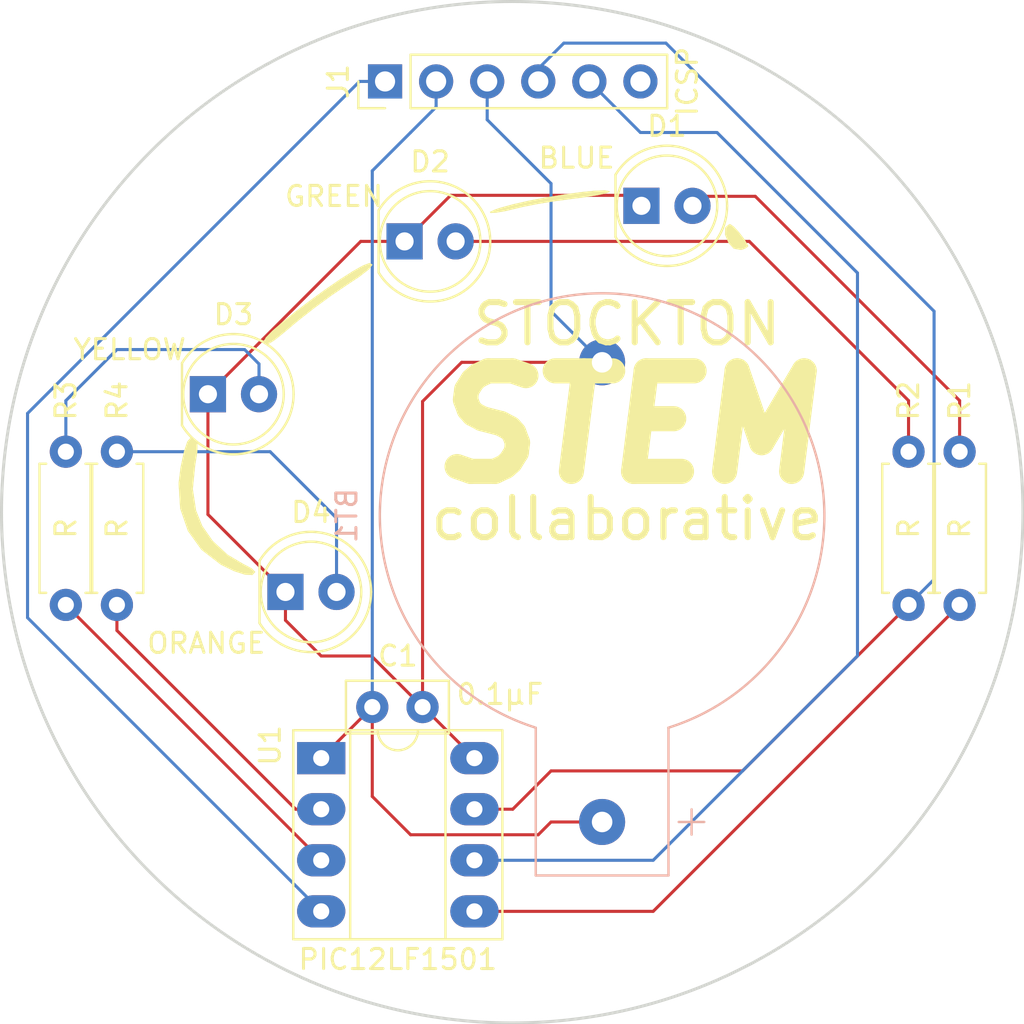
<source format=kicad_pcb>
(kicad_pcb (version 4) (host pcbnew 4.0.6)

  (general
    (links 21)
    (no_connects 0)
    (area 123.724999 71.514999 174.675001 122.465001)
    (thickness 1.6002)
    (drawings 4)
    (tracks 71)
    (zones 0)
    (modules 13)
    (nets 14)
  )

  (page A4)
  (title_block
    (title "Stockton STEM Collaborative badge")
    (date 2017-05-21)
    (rev 1)
    (company "MIT License; (c) 2017 Chris Luke")
    (comment 2 https://github.com/stockton-stem/stockton-stem-badge)
    (comment 3 "Microcontroller-driven LED flasher")
  )

  (layers
    (0 F.Cu signal)
    (31 B.Cu signal)
    (32 B.Adhes user)
    (33 F.Adhes user)
    (34 B.Paste user)
    (35 F.Paste user)
    (36 B.SilkS user)
    (37 F.SilkS user)
    (38 B.Mask user)
    (39 F.Mask user)
    (40 Dwgs.User user)
    (41 Cmts.User user)
    (42 Eco1.User user)
    (43 Eco2.User user)
    (44 Edge.Cuts user)
    (45 Margin user)
    (46 B.CrtYd user)
    (47 F.CrtYd user)
    (48 B.Fab user)
    (49 F.Fab user hide)
  )

  (setup
    (last_trace_width 0.1524)
    (trace_clearance 0.1524)
    (zone_clearance 0.508)
    (zone_45_only no)
    (trace_min 0.1524)
    (segment_width 0.2)
    (edge_width 0.15)
    (via_size 0.6858)
    (via_drill 0.3302)
    (via_min_size 0.6858)
    (via_min_drill 0.3302)
    (uvia_size 0.762)
    (uvia_drill 0.508)
    (uvias_allowed no)
    (uvia_min_size 0)
    (uvia_min_drill 0)
    (pcb_text_width 0.3)
    (pcb_text_size 1.5 1.5)
    (mod_edge_width 0.15)
    (mod_text_size 1 1)
    (mod_text_width 0.15)
    (pad_size 1.524 1.524)
    (pad_drill 0.762)
    (pad_to_mask_clearance 0.2)
    (aux_axis_origin 0 0)
    (visible_elements 7FFFFFFF)
    (pcbplotparams
      (layerselection 0x00030_80000001)
      (usegerberextensions false)
      (excludeedgelayer true)
      (linewidth 0.100000)
      (plotframeref false)
      (viasonmask false)
      (mode 1)
      (useauxorigin false)
      (hpglpennumber 1)
      (hpglpenspeed 20)
      (hpglpendiameter 15)
      (hpglpenoverlay 2)
      (psnegative false)
      (psa4output false)
      (plotreference true)
      (plotvalue true)
      (plotinvisibletext false)
      (padsonsilk false)
      (subtractmaskfromsilk false)
      (outputformat 1)
      (mirror false)
      (drillshape 1)
      (scaleselection 1)
      (outputdirectory ""))
  )

  (net 0 "")
  (net 1 GND)
  (net 2 VDD)
  (net 3 "Net-(D1-Pad2)")
  (net 4 "Net-(D2-Pad2)")
  (net 5 "Net-(D3-Pad2)")
  (net 6 "Net-(D4-Pad2)")
  (net 7 LED1)
  (net 8 LED2)
  (net 9 LED3)
  (net 10 LED4)
  (net 11 "Net-(J1-Pad1)")
  (net 12 "Net-(J1-Pad6)")
  (net 13 "Net-(J1-Pad5)")

  (net_class Default "This is the default net class."
    (clearance 0.1524)
    (trace_width 0.1524)
    (via_dia 0.6858)
    (via_drill 0.3302)
    (uvia_dia 0.762)
    (uvia_drill 0.508)
    (add_net GND)
    (add_net LED1)
    (add_net LED2)
    (add_net LED3)
    (add_net LED4)
    (add_net "Net-(D1-Pad2)")
    (add_net "Net-(D2-Pad2)")
    (add_net "Net-(D3-Pad2)")
    (add_net "Net-(D4-Pad2)")
    (add_net "Net-(J1-Pad1)")
    (add_net "Net-(J1-Pad5)")
    (add_net "Net-(J1-Pad6)")
    (add_net VDD)
  )

  (module Connectors:CR2032H (layer B.Cu) (tedit 587FDB2C) (tstamp 591E37B4)
    (at 153.67 112.395 270)
    (path /591E350D)
    (fp_text reference BT1 (at -15.24 12.7 270) (layer B.SilkS)
      (effects (font (size 1 1) (thickness 0.15)) (justify mirror))
    )
    (fp_text value CR2032 (at -15.24 -12.7 270) (layer B.Fab)
      (effects (font (size 1 1) (thickness 0.15)) (justify mirror))
    )
    (fp_line (start -4.49 3.8) (end 3.06 3.8) (layer B.CrtYd) (width 0.05))
    (fp_line (start 3.06 3.8) (end 3.06 -3.65) (layer B.CrtYd) (width 0.05))
    (fp_line (start 3.06 -3.65) (end -4.44 -3.65) (layer B.CrtYd) (width 0.05))
    (fp_line (start -4.69 3.3) (end 2.66 3.3) (layer B.SilkS) (width 0.12))
    (fp_line (start 2.66 3.3) (end 2.66 -3.3) (layer B.SilkS) (width 0.12))
    (fp_line (start 2.66 -3.3) (end -4.69 -3.3) (layer B.SilkS) (width 0.12))
    (fp_line (start 0 -3.81) (end 0 -5.08) (layer B.SilkS) (width 0.12))
    (fp_line (start -0.63 -4.45) (end 0.63 -4.45) (layer B.SilkS) (width 0.12))
    (fp_line (start -4.45 2.54) (end 1.9 2.54) (layer B.Fab) (width 0.1))
    (fp_line (start 1.9 2.54) (end 1.9 -2.54) (layer B.Fab) (width 0.1))
    (fp_line (start 1.9 -2.54) (end -4.45 -2.54) (layer B.Fab) (width 0.1))
    (fp_line (start 1.9 3.17) (end 2.54 3.17) (layer B.Fab) (width 0.1))
    (fp_line (start 2.54 3.17) (end 2.54 -3.17) (layer B.Fab) (width 0.1))
    (fp_line (start 2.54 -3.17) (end 1.9 -3.17) (layer B.Fab) (width 0.1))
    (fp_line (start 0.63 3.17) (end 1.9 3.17) (layer B.Fab) (width 0.1))
    (fp_line (start 1.9 -3.17) (end -4.45 -3.17) (layer B.Fab) (width 0.1))
    (fp_line (start -4.45 3.17) (end 0.63 3.17) (layer B.Fab) (width 0.1))
    (fp_circle (center -15.24 0) (end -16.51 8.89) (layer B.Fab) (width 0.1))
    (fp_circle (center -15.24 0) (end -8.89 -8.89) (layer B.Fab) (width 0.1))
    (fp_arc (start -15.24 0) (end -4.44 -3.65) (angle -322) (layer B.CrtYd) (width 0.05))
    (fp_arc (start -15.24 0) (end -4.69 -3.3) (angle -325) (layer B.SilkS) (width 0.12))
    (pad 2 thru_hole circle (at -22.86 0 270) (size 2.29 2.29) (drill 1.02) (layers *.Cu *.Mask)
      (net 1 GND))
    (pad 1 thru_hole circle (at 0 0 270) (size 2.29 2.29) (drill 1.02) (layers *.Cu *.Mask)
      (net 2 VDD))
  )

  (module Housings_DIP:DIP-8_W7.62mm_Socket_LongPads (layer F.Cu) (tedit 59234391) (tstamp 591E37DE)
    (at 139.7 109.22)
    (descr "8-lead dip package, row spacing 7.62 mm (300 mils), Socket, LongPads")
    (tags "DIL DIP PDIP 2.54mm 7.62mm 300mil Socket LongPads")
    (path /591E2774)
    (fp_text reference U1 (at -2.54 -0.635 90) (layer F.SilkS)
      (effects (font (size 1 1) (thickness 0.15)))
    )
    (fp_text value PIC12LF1501 (at 3.81 10.01) (layer F.SilkS)
      (effects (font (size 1 1) (thickness 0.15)))
    )
    (fp_text user %R (at 3.81 3.81) (layer F.Fab)
      (effects (font (size 1 1) (thickness 0.15)))
    )
    (fp_line (start 1.635 -1.27) (end 6.985 -1.27) (layer F.Fab) (width 0.1))
    (fp_line (start 6.985 -1.27) (end 6.985 8.89) (layer F.Fab) (width 0.1))
    (fp_line (start 6.985 8.89) (end 0.635 8.89) (layer F.Fab) (width 0.1))
    (fp_line (start 0.635 8.89) (end 0.635 -0.27) (layer F.Fab) (width 0.1))
    (fp_line (start 0.635 -0.27) (end 1.635 -1.27) (layer F.Fab) (width 0.1))
    (fp_line (start -1.27 -1.27) (end -1.27 8.89) (layer F.Fab) (width 0.1))
    (fp_line (start -1.27 8.89) (end 8.89 8.89) (layer F.Fab) (width 0.1))
    (fp_line (start 8.89 8.89) (end 8.89 -1.27) (layer F.Fab) (width 0.1))
    (fp_line (start 8.89 -1.27) (end -1.27 -1.27) (layer F.Fab) (width 0.1))
    (fp_line (start 2.81 -1.39) (end 1.44 -1.39) (layer F.SilkS) (width 0.12))
    (fp_line (start 1.44 -1.39) (end 1.44 9.01) (layer F.SilkS) (width 0.12))
    (fp_line (start 1.44 9.01) (end 6.18 9.01) (layer F.SilkS) (width 0.12))
    (fp_line (start 6.18 9.01) (end 6.18 -1.39) (layer F.SilkS) (width 0.12))
    (fp_line (start 6.18 -1.39) (end 4.81 -1.39) (layer F.SilkS) (width 0.12))
    (fp_line (start -1.39 -1.39) (end -1.39 9.01) (layer F.SilkS) (width 0.12))
    (fp_line (start -1.39 9.01) (end 9.01 9.01) (layer F.SilkS) (width 0.12))
    (fp_line (start 9.01 9.01) (end 9.01 -1.39) (layer F.SilkS) (width 0.12))
    (fp_line (start 9.01 -1.39) (end -1.39 -1.39) (layer F.SilkS) (width 0.12))
    (fp_line (start -1.7 -1.7) (end -1.7 9.3) (layer F.CrtYd) (width 0.05))
    (fp_line (start -1.7 9.3) (end 9.3 9.3) (layer F.CrtYd) (width 0.05))
    (fp_line (start 9.3 9.3) (end 9.3 -1.7) (layer F.CrtYd) (width 0.05))
    (fp_line (start 9.3 -1.7) (end -1.7 -1.7) (layer F.CrtYd) (width 0.05))
    (fp_arc (start 3.81 -1.39) (end 2.81 -1.39) (angle -180) (layer F.SilkS) (width 0.12))
    (pad 1 thru_hole rect (at 0 0) (size 2.4 1.6) (drill 0.8) (layers *.Cu *.Mask)
      (net 2 VDD))
    (pad 5 thru_hole oval (at 7.62 7.62) (size 2.4 1.6) (drill 0.8) (layers *.Cu *.Mask)
      (net 7 LED1))
    (pad 2 thru_hole oval (at 0 2.54) (size 2.4 1.6) (drill 0.8) (layers *.Cu *.Mask)
      (net 10 LED4))
    (pad 6 thru_hole oval (at 7.62 5.08) (size 2.4 1.6) (drill 0.8) (layers *.Cu *.Mask)
      (net 13 "Net-(J1-Pad5)"))
    (pad 3 thru_hole oval (at 0 5.08) (size 2.4 1.6) (drill 0.8) (layers *.Cu *.Mask)
      (net 9 LED3))
    (pad 7 thru_hole oval (at 7.62 2.54) (size 2.4 1.6) (drill 0.8) (layers *.Cu *.Mask)
      (net 8 LED2))
    (pad 4 thru_hole oval (at 0 7.62) (size 2.4 1.6) (drill 0.8) (layers *.Cu *.Mask)
      (net 11 "Net-(J1-Pad1)"))
    (pad 8 thru_hole oval (at 7.62 0) (size 2.4 1.6) (drill 0.8) (layers *.Cu *.Mask)
      (net 1 GND))
    (model Housings_DIP.3dshapes/DIP-8_W7.62mm_Socket_LongPads.wrl
      (at (xyz 0 0 0))
      (scale (xyz 1 1 1))
      (rotate (xyz 0 0 0))
    )
    (model Housings_DIP.3dshapes/DIP-8_W7.62mm_LongPads.wrl
      (at (xyz 0 0 0))
      (scale (xyz 1 1 1))
      (rotate (xyz 0 0 0))
    )
  )

  (module Capacitors_THT:C_Disc_D5.0mm_W2.5mm_P2.50mm (layer F.Cu) (tedit 592343A7) (tstamp 591E37BA)
    (at 142.24 106.68)
    (descr "C, Disc series, Radial, pin pitch=2.50mm, , diameter*width=5*2.5mm^2, Capacitor, http://cdn-reichelt.de/documents/datenblatt/B300/DS_KERKO_TC.pdf")
    (tags "C Disc series Radial pin pitch 2.50mm  diameter 5mm width 2.5mm Capacitor")
    (path /591E35CB)
    (fp_text reference C1 (at 1.27 -2.54) (layer F.SilkS)
      (effects (font (size 1 1) (thickness 0.15)))
    )
    (fp_text value 0.1μF (at 6.35 -0.635) (layer F.SilkS)
      (effects (font (size 1 1) (thickness 0.15)))
    )
    (fp_line (start -1.25 -1.25) (end -1.25 1.25) (layer F.Fab) (width 0.1))
    (fp_line (start -1.25 1.25) (end 3.75 1.25) (layer F.Fab) (width 0.1))
    (fp_line (start 3.75 1.25) (end 3.75 -1.25) (layer F.Fab) (width 0.1))
    (fp_line (start 3.75 -1.25) (end -1.25 -1.25) (layer F.Fab) (width 0.1))
    (fp_line (start -1.31 -1.31) (end 3.81 -1.31) (layer F.SilkS) (width 0.12))
    (fp_line (start -1.31 1.31) (end 3.81 1.31) (layer F.SilkS) (width 0.12))
    (fp_line (start -1.31 -1.31) (end -1.31 1.31) (layer F.SilkS) (width 0.12))
    (fp_line (start 3.81 -1.31) (end 3.81 1.31) (layer F.SilkS) (width 0.12))
    (fp_line (start -1.6 -1.6) (end -1.6 1.6) (layer F.CrtYd) (width 0.05))
    (fp_line (start -1.6 1.6) (end 4.1 1.6) (layer F.CrtYd) (width 0.05))
    (fp_line (start 4.1 1.6) (end 4.1 -1.6) (layer F.CrtYd) (width 0.05))
    (fp_line (start 4.1 -1.6) (end -1.6 -1.6) (layer F.CrtYd) (width 0.05))
    (pad 1 thru_hole circle (at 0 0) (size 1.6 1.6) (drill 0.8) (layers *.Cu *.Mask)
      (net 2 VDD))
    (pad 2 thru_hole circle (at 2.5 0) (size 1.6 1.6) (drill 0.8) (layers *.Cu *.Mask)
      (net 1 GND))
    (model Capacitors_THT.3dshapes/C_Disc_D5.0mm_W2.5mm_P2.50mm.wrl
      (at (xyz 0 0 0))
      (scale (xyz 0.393701 0.393701 0.393701))
      (rotate (xyz 0 0 0))
    )
  )

  (module LEDs:LED_D5.0mm (layer F.Cu) (tedit 5923431B) (tstamp 591E3E05)
    (at 155.6258 81.75244)
    (descr "LED, diameter 5.0mm, 2 pins, http://cdn-reichelt.de/documents/datenblatt/A500/LL-504BC2E-009.pdf")
    (tags "LED diameter 5.0mm 2 pins")
    (path /591E3B38)
    (fp_text reference D1 (at 1.27 -3.96) (layer F.SilkS)
      (effects (font (size 1 1) (thickness 0.15)))
    )
    (fp_text value BLUE (at -3.2258 -2.37744 180) (layer F.SilkS)
      (effects (font (size 1 1) (thickness 0.15)))
    )
    (fp_arc (start 1.27 0) (end -1.23 -1.469694) (angle 299.1) (layer F.Fab) (width 0.1))
    (fp_arc (start 1.27 0) (end -1.29 -1.54483) (angle 148.9) (layer F.SilkS) (width 0.12))
    (fp_arc (start 1.27 0) (end -1.29 1.54483) (angle -148.9) (layer F.SilkS) (width 0.12))
    (fp_circle (center 1.27 0) (end 3.77 0) (layer F.Fab) (width 0.1))
    (fp_circle (center 1.27 0) (end 3.77 0) (layer F.SilkS) (width 0.12))
    (fp_line (start -1.23 -1.469694) (end -1.23 1.469694) (layer F.Fab) (width 0.1))
    (fp_line (start -1.29 -1.545) (end -1.29 1.545) (layer F.SilkS) (width 0.12))
    (fp_line (start -1.95 -3.25) (end -1.95 3.25) (layer F.CrtYd) (width 0.05))
    (fp_line (start -1.95 3.25) (end 4.5 3.25) (layer F.CrtYd) (width 0.05))
    (fp_line (start 4.5 3.25) (end 4.5 -3.25) (layer F.CrtYd) (width 0.05))
    (fp_line (start 4.5 -3.25) (end -1.95 -3.25) (layer F.CrtYd) (width 0.05))
    (pad 1 thru_hole rect (at 0 0) (size 1.8 1.8) (drill 0.9) (layers *.Cu *.Mask)
      (net 1 GND))
    (pad 2 thru_hole circle (at 2.54 0) (size 1.8 1.8) (drill 0.9) (layers *.Cu *.Mask)
      (net 3 "Net-(D1-Pad2)"))
    (model LEDs.3dshapes/LED_D5.0mm.wrl
      (at (xyz 0 0 0))
      (scale (xyz 0.393701 0.393701 0.393701))
      (rotate (xyz 0 0 0))
    )
  )

  (module LEDs:LED_D5.0mm (layer F.Cu) (tedit 59234324) (tstamp 591E3E0B)
    (at 143.84528 83.52028)
    (descr "LED, diameter 5.0mm, 2 pins, http://cdn-reichelt.de/documents/datenblatt/A500/LL-504BC2E-009.pdf")
    (tags "LED diameter 5.0mm 2 pins")
    (path /591E3BE7)
    (fp_text reference D2 (at 1.27 -3.96) (layer F.SilkS)
      (effects (font (size 1 1) (thickness 0.15)))
    )
    (fp_text value GREEN (at -3.51028 -2.24028 180) (layer F.SilkS)
      (effects (font (size 1 1) (thickness 0.15)))
    )
    (fp_arc (start 1.27 0) (end -1.23 -1.469694) (angle 299.1) (layer F.Fab) (width 0.1))
    (fp_arc (start 1.27 0) (end -1.29 -1.54483) (angle 148.9) (layer F.SilkS) (width 0.12))
    (fp_arc (start 1.27 0) (end -1.29 1.54483) (angle -148.9) (layer F.SilkS) (width 0.12))
    (fp_circle (center 1.27 0) (end 3.77 0) (layer F.Fab) (width 0.1))
    (fp_circle (center 1.27 0) (end 3.77 0) (layer F.SilkS) (width 0.12))
    (fp_line (start -1.23 -1.469694) (end -1.23 1.469694) (layer F.Fab) (width 0.1))
    (fp_line (start -1.29 -1.545) (end -1.29 1.545) (layer F.SilkS) (width 0.12))
    (fp_line (start -1.95 -3.25) (end -1.95 3.25) (layer F.CrtYd) (width 0.05))
    (fp_line (start -1.95 3.25) (end 4.5 3.25) (layer F.CrtYd) (width 0.05))
    (fp_line (start 4.5 3.25) (end 4.5 -3.25) (layer F.CrtYd) (width 0.05))
    (fp_line (start 4.5 -3.25) (end -1.95 -3.25) (layer F.CrtYd) (width 0.05))
    (pad 1 thru_hole rect (at 0 0) (size 1.8 1.8) (drill 0.9) (layers *.Cu *.Mask)
      (net 1 GND))
    (pad 2 thru_hole circle (at 2.54 0) (size 1.8 1.8) (drill 0.9) (layers *.Cu *.Mask)
      (net 4 "Net-(D2-Pad2)"))
    (model LEDs.3dshapes/LED_D5.0mm.wrl
      (at (xyz 0 0 0))
      (scale (xyz 0.393701 0.393701 0.393701))
      (rotate (xyz 0 0 0))
    )
  )

  (module LEDs:LED_D5.0mm (layer F.Cu) (tedit 59234327) (tstamp 591E3E11)
    (at 134.06628 91.11996)
    (descr "LED, diameter 5.0mm, 2 pins, http://cdn-reichelt.de/documents/datenblatt/A500/LL-504BC2E-009.pdf")
    (tags "LED diameter 5.0mm 2 pins")
    (path /591E3C24)
    (fp_text reference D3 (at 1.27 -3.96) (layer F.SilkS)
      (effects (font (size 1 1) (thickness 0.15)))
    )
    (fp_text value YELLOW (at -3.89128 -2.21996) (layer F.SilkS)
      (effects (font (size 1 1) (thickness 0.15)))
    )
    (fp_arc (start 1.27 0) (end -1.23 -1.469694) (angle 299.1) (layer F.Fab) (width 0.1))
    (fp_arc (start 1.27 0) (end -1.29 -1.54483) (angle 148.9) (layer F.SilkS) (width 0.12))
    (fp_arc (start 1.27 0) (end -1.29 1.54483) (angle -148.9) (layer F.SilkS) (width 0.12))
    (fp_circle (center 1.27 0) (end 3.77 0) (layer F.Fab) (width 0.1))
    (fp_circle (center 1.27 0) (end 3.77 0) (layer F.SilkS) (width 0.12))
    (fp_line (start -1.23 -1.469694) (end -1.23 1.469694) (layer F.Fab) (width 0.1))
    (fp_line (start -1.29 -1.545) (end -1.29 1.545) (layer F.SilkS) (width 0.12))
    (fp_line (start -1.95 -3.25) (end -1.95 3.25) (layer F.CrtYd) (width 0.05))
    (fp_line (start -1.95 3.25) (end 4.5 3.25) (layer F.CrtYd) (width 0.05))
    (fp_line (start 4.5 3.25) (end 4.5 -3.25) (layer F.CrtYd) (width 0.05))
    (fp_line (start 4.5 -3.25) (end -1.95 -3.25) (layer F.CrtYd) (width 0.05))
    (pad 1 thru_hole rect (at 0 0) (size 1.8 1.8) (drill 0.9) (layers *.Cu *.Mask)
      (net 1 GND))
    (pad 2 thru_hole circle (at 2.54 0) (size 1.8 1.8) (drill 0.9) (layers *.Cu *.Mask)
      (net 5 "Net-(D3-Pad2)"))
    (model LEDs.3dshapes/LED_D5.0mm.wrl
      (at (xyz 0 0 0))
      (scale (xyz 0.393701 0.393701 0.393701))
      (rotate (xyz 0 0 0))
    )
  )

  (module LEDs:LED_D5.0mm (layer F.Cu) (tedit 5923432D) (tstamp 591E3E17)
    (at 137.922 100.95484)
    (descr "LED, diameter 5.0mm, 2 pins, http://cdn-reichelt.de/documents/datenblatt/A500/LL-504BC2E-009.pdf")
    (tags "LED diameter 5.0mm 2 pins")
    (path /591E3C59)
    (fp_text reference D4 (at 1.27 -3.96) (layer F.SilkS)
      (effects (font (size 1 1) (thickness 0.15)))
    )
    (fp_text value ORANGE (at -3.937 2.55016) (layer F.SilkS)
      (effects (font (size 1 1) (thickness 0.15)))
    )
    (fp_arc (start 1.27 0) (end -1.23 -1.469694) (angle 299.1) (layer F.Fab) (width 0.1))
    (fp_arc (start 1.27 0) (end -1.29 -1.54483) (angle 148.9) (layer F.SilkS) (width 0.12))
    (fp_arc (start 1.27 0) (end -1.29 1.54483) (angle -148.9) (layer F.SilkS) (width 0.12))
    (fp_circle (center 1.27 0) (end 3.77 0) (layer F.Fab) (width 0.1))
    (fp_circle (center 1.27 0) (end 3.77 0) (layer F.SilkS) (width 0.12))
    (fp_line (start -1.23 -1.469694) (end -1.23 1.469694) (layer F.Fab) (width 0.1))
    (fp_line (start -1.29 -1.545) (end -1.29 1.545) (layer F.SilkS) (width 0.12))
    (fp_line (start -1.95 -3.25) (end -1.95 3.25) (layer F.CrtYd) (width 0.05))
    (fp_line (start -1.95 3.25) (end 4.5 3.25) (layer F.CrtYd) (width 0.05))
    (fp_line (start 4.5 3.25) (end 4.5 -3.25) (layer F.CrtYd) (width 0.05))
    (fp_line (start 4.5 -3.25) (end -1.95 -3.25) (layer F.CrtYd) (width 0.05))
    (pad 1 thru_hole rect (at 0 0) (size 1.8 1.8) (drill 0.9) (layers *.Cu *.Mask)
      (net 1 GND))
    (pad 2 thru_hole circle (at 2.54 0) (size 1.8 1.8) (drill 0.9) (layers *.Cu *.Mask)
      (net 6 "Net-(D4-Pad2)"))
    (model LEDs.3dshapes/LED_D5.0mm.wrl
      (at (xyz 0 0 0))
      (scale (xyz 0.393701 0.393701 0.393701))
      (rotate (xyz 0 0 0))
    )
  )

  (module Resistors_THT:R_Axial_DIN0207_L6.3mm_D2.5mm_P7.62mm_Horizontal (layer F.Cu) (tedit 5923447F) (tstamp 591E3E1D)
    (at 171.45 101.6 90)
    (descr "Resistor, Axial_DIN0207 series, Axial, Horizontal, pin pitch=7.62mm, 0.25W = 1/4W, length*diameter=6.3*2.5mm^2, http://cdn-reichelt.de/documents/datenblatt/B400/1_4W%23YAG.pdf")
    (tags "Resistor Axial_DIN0207 series Axial Horizontal pin pitch 7.62mm 0.25W = 1/4W length 6.3mm diameter 2.5mm")
    (path /591E3893)
    (fp_text reference R1 (at 10.16 0 90) (layer F.SilkS)
      (effects (font (size 1 1) (thickness 0.15)))
    )
    (fp_text value R (at 3.81 0 90) (layer F.SilkS)
      (effects (font (size 1 1) (thickness 0.15)))
    )
    (fp_line (start 0.66 -1.25) (end 0.66 1.25) (layer F.Fab) (width 0.1))
    (fp_line (start 0.66 1.25) (end 6.96 1.25) (layer F.Fab) (width 0.1))
    (fp_line (start 6.96 1.25) (end 6.96 -1.25) (layer F.Fab) (width 0.1))
    (fp_line (start 6.96 -1.25) (end 0.66 -1.25) (layer F.Fab) (width 0.1))
    (fp_line (start 0 0) (end 0.66 0) (layer F.Fab) (width 0.1))
    (fp_line (start 7.62 0) (end 6.96 0) (layer F.Fab) (width 0.1))
    (fp_line (start 0.6 -0.98) (end 0.6 -1.31) (layer F.SilkS) (width 0.12))
    (fp_line (start 0.6 -1.31) (end 7.02 -1.31) (layer F.SilkS) (width 0.12))
    (fp_line (start 7.02 -1.31) (end 7.02 -0.98) (layer F.SilkS) (width 0.12))
    (fp_line (start 0.6 0.98) (end 0.6 1.31) (layer F.SilkS) (width 0.12))
    (fp_line (start 0.6 1.31) (end 7.02 1.31) (layer F.SilkS) (width 0.12))
    (fp_line (start 7.02 1.31) (end 7.02 0.98) (layer F.SilkS) (width 0.12))
    (fp_line (start -1.05 -1.6) (end -1.05 1.6) (layer F.CrtYd) (width 0.05))
    (fp_line (start -1.05 1.6) (end 8.7 1.6) (layer F.CrtYd) (width 0.05))
    (fp_line (start 8.7 1.6) (end 8.7 -1.6) (layer F.CrtYd) (width 0.05))
    (fp_line (start 8.7 -1.6) (end -1.05 -1.6) (layer F.CrtYd) (width 0.05))
    (pad 1 thru_hole circle (at 0 0 90) (size 1.6 1.6) (drill 0.8) (layers *.Cu *.Mask)
      (net 7 LED1))
    (pad 2 thru_hole oval (at 7.62 0 90) (size 1.6 1.6) (drill 0.8) (layers *.Cu *.Mask)
      (net 3 "Net-(D1-Pad2)"))
    (model Resistors_THT.3dshapes/R_Axial_DIN0207_L6.3mm_D2.5mm_P7.62mm_Horizontal.wrl
      (at (xyz 0 0 0))
      (scale (xyz 0.393701 0.393701 0.393701))
      (rotate (xyz 0 0 0))
    )
  )

  (module Resistors_THT:R_Axial_DIN0207_L6.3mm_D2.5mm_P7.62mm_Horizontal (layer F.Cu) (tedit 5923448D) (tstamp 591E3E23)
    (at 168.91 101.6 90)
    (descr "Resistor, Axial_DIN0207 series, Axial, Horizontal, pin pitch=7.62mm, 0.25W = 1/4W, length*diameter=6.3*2.5mm^2, http://cdn-reichelt.de/documents/datenblatt/B400/1_4W%23YAG.pdf")
    (tags "Resistor Axial_DIN0207 series Axial Horizontal pin pitch 7.62mm 0.25W = 1/4W length 6.3mm diameter 2.5mm")
    (path /591E39DA)
    (fp_text reference R2 (at 10.16 0 90) (layer F.SilkS)
      (effects (font (size 1 1) (thickness 0.15)))
    )
    (fp_text value R (at 3.81 0 90) (layer F.SilkS)
      (effects (font (size 1 1) (thickness 0.15)))
    )
    (fp_line (start 0.66 -1.25) (end 0.66 1.25) (layer F.Fab) (width 0.1))
    (fp_line (start 0.66 1.25) (end 6.96 1.25) (layer F.Fab) (width 0.1))
    (fp_line (start 6.96 1.25) (end 6.96 -1.25) (layer F.Fab) (width 0.1))
    (fp_line (start 6.96 -1.25) (end 0.66 -1.25) (layer F.Fab) (width 0.1))
    (fp_line (start 0 0) (end 0.66 0) (layer F.Fab) (width 0.1))
    (fp_line (start 7.62 0) (end 6.96 0) (layer F.Fab) (width 0.1))
    (fp_line (start 0.6 -0.98) (end 0.6 -1.31) (layer F.SilkS) (width 0.12))
    (fp_line (start 0.6 -1.31) (end 7.02 -1.31) (layer F.SilkS) (width 0.12))
    (fp_line (start 7.02 -1.31) (end 7.02 -0.98) (layer F.SilkS) (width 0.12))
    (fp_line (start 0.6 0.98) (end 0.6 1.31) (layer F.SilkS) (width 0.12))
    (fp_line (start 0.6 1.31) (end 7.02 1.31) (layer F.SilkS) (width 0.12))
    (fp_line (start 7.02 1.31) (end 7.02 0.98) (layer F.SilkS) (width 0.12))
    (fp_line (start -1.05 -1.6) (end -1.05 1.6) (layer F.CrtYd) (width 0.05))
    (fp_line (start -1.05 1.6) (end 8.7 1.6) (layer F.CrtYd) (width 0.05))
    (fp_line (start 8.7 1.6) (end 8.7 -1.6) (layer F.CrtYd) (width 0.05))
    (fp_line (start 8.7 -1.6) (end -1.05 -1.6) (layer F.CrtYd) (width 0.05))
    (pad 1 thru_hole circle (at 0 0 90) (size 1.6 1.6) (drill 0.8) (layers *.Cu *.Mask)
      (net 8 LED2))
    (pad 2 thru_hole oval (at 7.62 0 90) (size 1.6 1.6) (drill 0.8) (layers *.Cu *.Mask)
      (net 4 "Net-(D2-Pad2)"))
    (model Resistors_THT.3dshapes/R_Axial_DIN0207_L6.3mm_D2.5mm_P7.62mm_Horizontal.wrl
      (at (xyz 0 0 0))
      (scale (xyz 0.393701 0.393701 0.393701))
      (rotate (xyz 0 0 0))
    )
  )

  (module Resistors_THT:R_Axial_DIN0207_L6.3mm_D2.5mm_P7.62mm_Horizontal (layer F.Cu) (tedit 5923449B) (tstamp 591E3E29)
    (at 127 101.6 90)
    (descr "Resistor, Axial_DIN0207 series, Axial, Horizontal, pin pitch=7.62mm, 0.25W = 1/4W, length*diameter=6.3*2.5mm^2, http://cdn-reichelt.de/documents/datenblatt/B400/1_4W%23YAG.pdf")
    (tags "Resistor Axial_DIN0207 series Axial Horizontal pin pitch 7.62mm 0.25W = 1/4W length 6.3mm diameter 2.5mm")
    (path /591E3A93)
    (fp_text reference R3 (at 10.16 0 90) (layer F.SilkS)
      (effects (font (size 1 1) (thickness 0.15)))
    )
    (fp_text value R (at 3.81 0 90) (layer F.SilkS)
      (effects (font (size 1 1) (thickness 0.15)))
    )
    (fp_line (start 0.66 -1.25) (end 0.66 1.25) (layer F.Fab) (width 0.1))
    (fp_line (start 0.66 1.25) (end 6.96 1.25) (layer F.Fab) (width 0.1))
    (fp_line (start 6.96 1.25) (end 6.96 -1.25) (layer F.Fab) (width 0.1))
    (fp_line (start 6.96 -1.25) (end 0.66 -1.25) (layer F.Fab) (width 0.1))
    (fp_line (start 0 0) (end 0.66 0) (layer F.Fab) (width 0.1))
    (fp_line (start 7.62 0) (end 6.96 0) (layer F.Fab) (width 0.1))
    (fp_line (start 0.6 -0.98) (end 0.6 -1.31) (layer F.SilkS) (width 0.12))
    (fp_line (start 0.6 -1.31) (end 7.02 -1.31) (layer F.SilkS) (width 0.12))
    (fp_line (start 7.02 -1.31) (end 7.02 -0.98) (layer F.SilkS) (width 0.12))
    (fp_line (start 0.6 0.98) (end 0.6 1.31) (layer F.SilkS) (width 0.12))
    (fp_line (start 0.6 1.31) (end 7.02 1.31) (layer F.SilkS) (width 0.12))
    (fp_line (start 7.02 1.31) (end 7.02 0.98) (layer F.SilkS) (width 0.12))
    (fp_line (start -1.05 -1.6) (end -1.05 1.6) (layer F.CrtYd) (width 0.05))
    (fp_line (start -1.05 1.6) (end 8.7 1.6) (layer F.CrtYd) (width 0.05))
    (fp_line (start 8.7 1.6) (end 8.7 -1.6) (layer F.CrtYd) (width 0.05))
    (fp_line (start 8.7 -1.6) (end -1.05 -1.6) (layer F.CrtYd) (width 0.05))
    (pad 1 thru_hole circle (at 0 0 90) (size 1.6 1.6) (drill 0.8) (layers *.Cu *.Mask)
      (net 9 LED3))
    (pad 2 thru_hole oval (at 7.62 0 90) (size 1.6 1.6) (drill 0.8) (layers *.Cu *.Mask)
      (net 5 "Net-(D3-Pad2)"))
    (model Resistors_THT.3dshapes/R_Axial_DIN0207_L6.3mm_D2.5mm_P7.62mm_Horizontal.wrl
      (at (xyz 0 0 0))
      (scale (xyz 0.393701 0.393701 0.393701))
      (rotate (xyz 0 0 0))
    )
  )

  (module Resistors_THT:R_Axial_DIN0207_L6.3mm_D2.5mm_P7.62mm_Horizontal (layer F.Cu) (tedit 592344A9) (tstamp 591E3E2F)
    (at 129.54 101.6 90)
    (descr "Resistor, Axial_DIN0207 series, Axial, Horizontal, pin pitch=7.62mm, 0.25W = 1/4W, length*diameter=6.3*2.5mm^2, http://cdn-reichelt.de/documents/datenblatt/B400/1_4W%23YAG.pdf")
    (tags "Resistor Axial_DIN0207 series Axial Horizontal pin pitch 7.62mm 0.25W = 1/4W length 6.3mm diameter 2.5mm")
    (path /591E3AD6)
    (fp_text reference R4 (at 10.16 0 90) (layer F.SilkS)
      (effects (font (size 1 1) (thickness 0.15)))
    )
    (fp_text value R (at 3.81 0 90) (layer F.SilkS)
      (effects (font (size 1 1) (thickness 0.15)))
    )
    (fp_line (start 0.66 -1.25) (end 0.66 1.25) (layer F.Fab) (width 0.1))
    (fp_line (start 0.66 1.25) (end 6.96 1.25) (layer F.Fab) (width 0.1))
    (fp_line (start 6.96 1.25) (end 6.96 -1.25) (layer F.Fab) (width 0.1))
    (fp_line (start 6.96 -1.25) (end 0.66 -1.25) (layer F.Fab) (width 0.1))
    (fp_line (start 0 0) (end 0.66 0) (layer F.Fab) (width 0.1))
    (fp_line (start 7.62 0) (end 6.96 0) (layer F.Fab) (width 0.1))
    (fp_line (start 0.6 -0.98) (end 0.6 -1.31) (layer F.SilkS) (width 0.12))
    (fp_line (start 0.6 -1.31) (end 7.02 -1.31) (layer F.SilkS) (width 0.12))
    (fp_line (start 7.02 -1.31) (end 7.02 -0.98) (layer F.SilkS) (width 0.12))
    (fp_line (start 0.6 0.98) (end 0.6 1.31) (layer F.SilkS) (width 0.12))
    (fp_line (start 0.6 1.31) (end 7.02 1.31) (layer F.SilkS) (width 0.12))
    (fp_line (start 7.02 1.31) (end 7.02 0.98) (layer F.SilkS) (width 0.12))
    (fp_line (start -1.05 -1.6) (end -1.05 1.6) (layer F.CrtYd) (width 0.05))
    (fp_line (start -1.05 1.6) (end 8.7 1.6) (layer F.CrtYd) (width 0.05))
    (fp_line (start 8.7 1.6) (end 8.7 -1.6) (layer F.CrtYd) (width 0.05))
    (fp_line (start 8.7 -1.6) (end -1.05 -1.6) (layer F.CrtYd) (width 0.05))
    (pad 1 thru_hole circle (at 0 0 90) (size 1.6 1.6) (drill 0.8) (layers *.Cu *.Mask)
      (net 10 LED4))
    (pad 2 thru_hole oval (at 7.62 0 90) (size 1.6 1.6) (drill 0.8) (layers *.Cu *.Mask)
      (net 6 "Net-(D4-Pad2)"))
    (model Resistors_THT.3dshapes/R_Axial_DIN0207_L6.3mm_D2.5mm_P7.62mm_Horizontal.wrl
      (at (xyz 0 0 0))
      (scale (xyz 0.393701 0.393701 0.393701))
      (rotate (xyz 0 0 0))
    )
  )

  (module Pin_Headers:Pin_Header_Straight_1x06_Pitch2.54mm (layer F.Cu) (tedit 592340B1) (tstamp 591F580C)
    (at 142.875 75.565 90)
    (descr "Through hole straight pin header, 1x06, 2.54mm pitch, single row")
    (tags "Through hole pin header THT 1x06 2.54mm single row")
    (path /591F5833)
    (fp_text reference J1 (at 0 -2.33 90) (layer F.SilkS)
      (effects (font (size 1 1) (thickness 0.15)))
    )
    (fp_text value ICSP (at 0 15.03 90) (layer F.SilkS)
      (effects (font (size 1 1) (thickness 0.15)))
    )
    (fp_line (start -1.27 -1.27) (end -1.27 13.97) (layer F.Fab) (width 0.1))
    (fp_line (start -1.27 13.97) (end 1.27 13.97) (layer F.Fab) (width 0.1))
    (fp_line (start 1.27 13.97) (end 1.27 -1.27) (layer F.Fab) (width 0.1))
    (fp_line (start 1.27 -1.27) (end -1.27 -1.27) (layer F.Fab) (width 0.1))
    (fp_line (start -1.33 1.27) (end -1.33 14.03) (layer F.SilkS) (width 0.12))
    (fp_line (start -1.33 14.03) (end 1.33 14.03) (layer F.SilkS) (width 0.12))
    (fp_line (start 1.33 14.03) (end 1.33 1.27) (layer F.SilkS) (width 0.12))
    (fp_line (start 1.33 1.27) (end -1.33 1.27) (layer F.SilkS) (width 0.12))
    (fp_line (start -1.33 0) (end -1.33 -1.33) (layer F.SilkS) (width 0.12))
    (fp_line (start -1.33 -1.33) (end 0 -1.33) (layer F.SilkS) (width 0.12))
    (fp_line (start -1.8 -1.8) (end -1.8 14.5) (layer F.CrtYd) (width 0.05))
    (fp_line (start -1.8 14.5) (end 1.8 14.5) (layer F.CrtYd) (width 0.05))
    (fp_line (start 1.8 14.5) (end 1.8 -1.8) (layer F.CrtYd) (width 0.05))
    (fp_line (start 1.8 -1.8) (end -1.8 -1.8) (layer F.CrtYd) (width 0.05))
    (fp_text user %R (at 0 -2.33 90) (layer F.Fab)
      (effects (font (size 1 1) (thickness 0.15)))
    )
    (pad 1 thru_hole rect (at 0 0 90) (size 1.7 1.7) (drill 1) (layers *.Cu *.Mask)
      (net 11 "Net-(J1-Pad1)"))
    (pad 2 thru_hole oval (at 0 2.54 90) (size 1.7 1.7) (drill 1) (layers *.Cu *.Mask)
      (net 2 VDD))
    (pad 3 thru_hole oval (at 0 5.08 90) (size 1.7 1.7) (drill 1) (layers *.Cu *.Mask)
      (net 1 GND))
    (pad 4 thru_hole oval (at 0 7.62 90) (size 1.7 1.7) (drill 1) (layers *.Cu *.Mask)
      (net 8 LED2))
    (pad 5 thru_hole oval (at 0 10.16 90) (size 1.7 1.7) (drill 1) (layers *.Cu *.Mask)
      (net 13 "Net-(J1-Pad5)"))
    (pad 6 thru_hole oval (at 0 12.7 90) (size 1.7 1.7) (drill 1) (layers *.Cu *.Mask)
      (net 12 "Net-(J1-Pad6)"))
    (model ${KISYS3DMOD}/Pin_Headers.3dshapes/Pin_Header_Straight_1x06_Pitch2.54mm.wrl
      (at (xyz 0 -0.25 0))
      (scale (xyz 1 1 1))
      (rotate (xyz 0 0 90))
    )
  )

  (module images:stem_logo (layer F.Cu) (tedit 0) (tstamp 5921B0A9)
    (at 148.58492 92.53728)
    (fp_text reference G*** (at 0 0) (layer F.SilkS) hide
      (effects (font (thickness 0.3)))
    )
    (fp_text value LOGO (at 0.75 0) (layer F.SilkS) hide
      (effects (font (thickness 0.3)))
    )
    (fp_poly (pts (xy -15.180216 0.802301) (xy -15.151813 0.82902) (xy -15.045908 1.042556) (xy -15.04298 1.423377)
      (xy -15.143101 2.05392) (xy -15.152892 2.104066) (xy -15.271561 3.296161) (xy -15.111874 4.359383)
      (xy -14.80321 5.131979) (xy -14.278202 5.883561) (xy -13.545494 6.561684) (xy -12.745651 7.036616)
      (xy -12.73452 7.041257) (xy -12.356817 7.237896) (xy -12.173992 7.412019) (xy -12.170833 7.429733)
      (xy -12.310399 7.575828) (xy -12.683902 7.554087) (xy -13.22355 7.379462) (xy -13.86155 7.066906)
      (xy -13.890397 7.050462) (xy -14.84243 6.316415) (xy -15.515177 5.380626) (xy -15.897142 4.271011)
      (xy -15.976827 3.015487) (xy -15.87852 2.223518) (xy -15.704807 1.418037) (xy -15.54129 0.933344)
      (xy -15.371812 0.738434) (xy -15.180216 0.802301)) (layer F.SilkS) (width 0.01))
    (fp_poly (pts (xy -6.334587 -7.860482) (xy -6.508093 -7.632965) (xy -6.986994 -7.260248) (xy -7.628819 -6.834001)
      (xy -8.394177 -6.315531) (xy -9.255971 -5.682611) (xy -10.048951 -5.057378) (xy -10.176306 -4.951131)
      (xy -10.79919 -4.428821) (xy -11.207682 -4.103586) (xy -11.456081 -3.943896) (xy -11.598681 -3.918224)
      (xy -11.68978 -3.995042) (xy -11.726261 -4.05112) (xy -11.643424 -4.231316) (xy -11.318896 -4.564159)
      (xy -10.806595 -5.009767) (xy -10.16044 -5.528257) (xy -9.434351 -6.079748) (xy -8.682245 -6.624359)
      (xy -7.95804 -7.122207) (xy -7.315657 -7.533411) (xy -6.809012 -7.818089) (xy -6.492026 -7.936359)
      (xy -6.472031 -7.9375) (xy -6.334587 -7.860482)) (layer F.SilkS) (width 0.01))
    (fp_poly (pts (xy 11.635331 -9.749817) (xy 11.912869 -9.448342) (xy 12.180097 -9.096957) (xy 12.336767 -8.81927)
      (xy 12.347222 -8.76869) (xy 12.201779 -8.661818) (xy 12.002526 -8.59406) (xy 11.634724 -8.655329)
      (xy 11.371762 -8.940516) (xy 11.196214 -9.360558) (xy 11.212119 -9.709282) (xy 11.410456 -9.875396)
      (xy 11.447731 -9.877778) (xy 11.635331 -9.749817)) (layer F.SilkS) (width 0.01))
    (fp_poly (pts (xy 5.458151 -11.509839) (xy 5.468056 -11.488723) (xy 5.304746 -11.413181) (xy 4.863625 -11.316576)
      (xy 4.217903 -11.212981) (xy 3.66007 -11.141111) (xy 2.767557 -11.021907) (xy 1.885882 -10.878934)
      (xy 1.151213 -10.735263) (xy 0.881945 -10.670477) (xy 0.268103 -10.523718) (xy -0.19501 -10.443783)
      (xy -0.463799 -10.430105) (xy -0.494667 -10.48212) (xy -0.244019 -10.599262) (xy 0 -10.681921)
      (xy 0.661477 -10.864127) (xy 1.462753 -11.043594) (xy 2.3369 -11.210445) (xy 3.216987 -11.354806)
      (xy 4.036086 -11.466802) (xy 4.727265 -11.536556) (xy 5.223597 -11.554193) (xy 5.458151 -11.509839)) (layer F.SilkS) (width 0.01))
  )

  (gr_text collaborative (at 154.91 97.3201) (layer F.SilkS)
    (effects (font (size 2 2) (thickness 0.3)))
  )
  (gr_text STOCKTON (at 154.91 87.63) (layer F.SilkS)
    (effects (font (size 2 2) (thickness 0.3)))
  )
  (gr_circle (center 149.2 96.99) (end 174.6 96.99) (layer Edge.Cuts) (width 0.15))
  (gr_text STEM (at 154.91 92.71) (layer F.SilkS)
    (effects (font (size 5 5) (thickness 1.25) italic))
  )

  (segment (start 144.74 106.68) (end 144.74 91.48) (width 0.1524) (layer F.Cu) (net 1))
  (segment (start 146.685 89.535) (end 153.67 89.535) (width 0.1524) (layer F.Cu) (net 1) (tstamp 59233ECE))
  (segment (start 144.74 91.48) (end 146.685 89.535) (width 0.1524) (layer F.Cu) (net 1) (tstamp 59233EB1))
  (segment (start 147.955 75.565) (end 147.955 77.47) (width 0.1524) (layer B.Cu) (net 1))
  (segment (start 147.955 77.47) (end 151.13 80.645) (width 0.1524) (layer B.Cu) (net 1) (tstamp 59233E9F))
  (segment (start 151.13 80.645) (end 151.13 86.995) (width 0.1524) (layer B.Cu) (net 1) (tstamp 59233EA2))
  (segment (start 151.13 86.995) (end 153.67 89.535) (width 0.1524) (layer B.Cu) (net 1) (tstamp 59233EA3))
  (segment (start 137.922 100.95484) (end 137.922 102.362) (width 0.1524) (layer F.Cu) (net 1))
  (segment (start 142.2 104.14) (end 144.74 106.68) (width 0.1524) (layer F.Cu) (net 1) (tstamp 5921B9DD))
  (segment (start 139.7 104.14) (end 142.2 104.14) (width 0.1524) (layer F.Cu) (net 1) (tstamp 5921B9DB))
  (segment (start 137.922 102.362) (end 139.7 104.14) (width 0.1524) (layer F.Cu) (net 1) (tstamp 5921B9D9))
  (segment (start 144.74 106.68) (end 144.78 106.68) (width 0.1524) (layer F.Cu) (net 1))
  (segment (start 144.78 106.68) (end 147.32 109.22) (width 0.1524) (layer F.Cu) (net 1) (tstamp 5921B9A3))
  (segment (start 137.922 100.95484) (end 137.922 100.838) (width 0.1524) (layer F.Cu) (net 1))
  (segment (start 134.06628 91.11996) (end 134.06628 97.09912) (width 0.1524) (layer F.Cu) (net 1))
  (segment (start 134.06628 97.09912) (end 137.922 100.95484) (width 0.1524) (layer F.Cu) (net 1) (tstamp 5921B6CD))
  (segment (start 143.84528 83.52028) (end 141.66596 83.52028) (width 0.1524) (layer F.Cu) (net 1))
  (segment (start 141.66596 83.52028) (end 134.06628 91.11996) (width 0.1524) (layer F.Cu) (net 1) (tstamp 5921B6C9))
  (segment (start 155.46832 81.2292) (end 146.13636 81.2292) (width 0.1524) (layer F.Cu) (net 1))
  (segment (start 146.13636 81.2292) (end 143.84528 83.52028) (width 0.1524) (layer F.Cu) (net 1) (tstamp 5921B6C4))
  (segment (start 142.24 106.68) (end 142.24 111.125) (width 0.1524) (layer F.Cu) (net 2))
  (segment (start 151.13 112.395) (end 153.67 112.395) (width 0.1524) (layer F.Cu) (net 2) (tstamp 59233E6A))
  (segment (start 150.495 113.03) (end 151.13 112.395) (width 0.1524) (layer F.Cu) (net 2) (tstamp 59233E67))
  (segment (start 144.145 113.03) (end 150.495 113.03) (width 0.1524) (layer F.Cu) (net 2) (tstamp 59233E65))
  (segment (start 142.24 111.125) (end 144.145 113.03) (width 0.1524) (layer F.Cu) (net 2) (tstamp 59233E63))
  (segment (start 142.24 106.68) (end 142.24 80.01) (width 0.1524) (layer B.Cu) (net 2))
  (segment (start 145.415 76.835) (end 145.415 75.565) (width 0.1524) (layer B.Cu) (net 2) (tstamp 5921B9E6))
  (segment (start 144.145 78.105) (end 145.415 76.835) (width 0.1524) (layer B.Cu) (net 2) (tstamp 5921B9E5))
  (segment (start 142.24 80.01) (end 144.145 78.105) (width 0.1524) (layer B.Cu) (net 2) (tstamp 5921B9E3))
  (segment (start 142.24 106.68) (end 139.7 109.22) (width 0.1524) (layer F.Cu) (net 2))
  (segment (start 171.45 93.98) (end 171.45 91.44) (width 0.1524) (layer F.Cu) (net 3))
  (segment (start 161.29 81.28) (end 158.05912 81.28) (width 0.1524) (layer F.Cu) (net 3) (tstamp 5921B6BB))
  (segment (start 171.45 91.44) (end 161.29 81.28) (width 0.1524) (layer F.Cu) (net 3) (tstamp 5921B6B9))
  (segment (start 158.05912 81.28) (end 158.00832 81.2292) (width 0.1524) (layer F.Cu) (net 3) (tstamp 5921B6BC))
  (segment (start 168.91 93.98) (end 168.91 91.44) (width 0.1524) (layer F.Cu) (net 4))
  (segment (start 160.99028 83.52028) (end 146.38528 83.52028) (width 0.1524) (layer F.Cu) (net 4) (tstamp 5921B6C0))
  (segment (start 168.91 91.44) (end 160.99028 83.52028) (width 0.1524) (layer F.Cu) (net 4) (tstamp 5921B6BF))
  (segment (start 127 93.98) (end 127 91.44) (width 0.1524) (layer B.Cu) (net 5))
  (segment (start 136.60628 89.61628) (end 136.60628 91.11996) (width 0.1524) (layer B.Cu) (net 5) (tstamp 5921B718))
  (segment (start 135.89 88.9) (end 136.60628 89.61628) (width 0.1524) (layer B.Cu) (net 5) (tstamp 5921B717))
  (segment (start 129.54 88.9) (end 135.89 88.9) (width 0.1524) (layer B.Cu) (net 5) (tstamp 5921B715))
  (segment (start 127 91.44) (end 129.54 88.9) (width 0.1524) (layer B.Cu) (net 5) (tstamp 5921B713))
  (segment (start 129.54 93.98) (end 137.16 93.98) (width 0.1524) (layer B.Cu) (net 6))
  (segment (start 140.462 97.282) (end 140.462 100.95484) (width 0.1524) (layer B.Cu) (net 6) (tstamp 5921B70F))
  (segment (start 137.16 93.98) (end 140.462 97.282) (width 0.1524) (layer B.Cu) (net 6) (tstamp 5921B70E))
  (segment (start 147.32 116.84) (end 156.21 116.84) (width 0.1524) (layer F.Cu) (net 7))
  (segment (start 156.21 116.84) (end 171.45 101.6) (width 0.1524) (layer F.Cu) (net 7) (tstamp 5921B991))
  (segment (start 150.495 75.565) (end 150.495 74.93) (width 0.1524) (layer B.Cu) (net 8))
  (segment (start 150.495 74.93) (end 151.765 73.66) (width 0.1524) (layer B.Cu) (net 8) (tstamp 5921B9BD))
  (segment (start 151.765 73.66) (end 156.845 73.66) (width 0.1524) (layer B.Cu) (net 8) (tstamp 5921B9BE))
  (segment (start 156.845 73.66) (end 170.18 86.995) (width 0.1524) (layer B.Cu) (net 8) (tstamp 5921B9C0))
  (segment (start 170.18 86.995) (end 170.18 100.33) (width 0.1524) (layer B.Cu) (net 8) (tstamp 5921B9C2))
  (segment (start 170.18 100.33) (end 168.91 101.6) (width 0.1524) (layer B.Cu) (net 8) (tstamp 5921B9C4))
  (segment (start 147.32 111.76) (end 149.225 111.76) (width 0.1524) (layer F.Cu) (net 8))
  (segment (start 160.655 109.855) (end 168.91 101.6) (width 0.1524) (layer F.Cu) (net 8) (tstamp 5921B99A))
  (segment (start 151.13 109.855) (end 160.655 109.855) (width 0.1524) (layer F.Cu) (net 8) (tstamp 5921B998))
  (segment (start 149.225 111.76) (end 151.13 109.855) (width 0.1524) (layer F.Cu) (net 8) (tstamp 5921B996))
  (segment (start 139.7 114.3) (end 127 101.6) (width 0.1524) (layer F.Cu) (net 9))
  (segment (start 139.7 111.76) (end 138.43 111.76) (width 0.1524) (layer F.Cu) (net 10))
  (segment (start 129.54 102.87) (end 129.54 101.6) (width 0.1524) (layer F.Cu) (net 10) (tstamp 5921BDE4))
  (segment (start 138.43 111.76) (end 129.54 102.87) (width 0.1524) (layer F.Cu) (net 10) (tstamp 5921BDE3))
  (segment (start 142.875 75.565) (end 141.605 75.565) (width 0.1524) (layer B.Cu) (net 11))
  (segment (start 125.095 102.235) (end 139.7 116.84) (width 0.1524) (layer B.Cu) (net 11) (tstamp 5921B9F6))
  (segment (start 125.095 92.075) (end 125.095 102.235) (width 0.1524) (layer B.Cu) (net 11) (tstamp 5921B9F4))
  (segment (start 141.605 75.565) (end 125.095 92.075) (width 0.1524) (layer B.Cu) (net 11) (tstamp 5921B9F2))
  (segment (start 147.32 114.3) (end 156.21 114.3) (width 0.1524) (layer B.Cu) (net 13))
  (segment (start 155.575 78.105) (end 153.035 75.565) (width 0.1524) (layer B.Cu) (net 13) (tstamp 5921B9CE))
  (segment (start 159.385 78.105) (end 155.575 78.105) (width 0.1524) (layer B.Cu) (net 13) (tstamp 5921B9CC))
  (segment (start 166.37 85.09) (end 159.385 78.105) (width 0.1524) (layer B.Cu) (net 13) (tstamp 5921B9CA))
  (segment (start 166.37 104.14) (end 166.37 85.09) (width 0.1524) (layer B.Cu) (net 13) (tstamp 5921B9C9))
  (segment (start 156.21 114.3) (end 166.37 104.14) (width 0.1524) (layer B.Cu) (net 13) (tstamp 5921B9C8))

)

</source>
